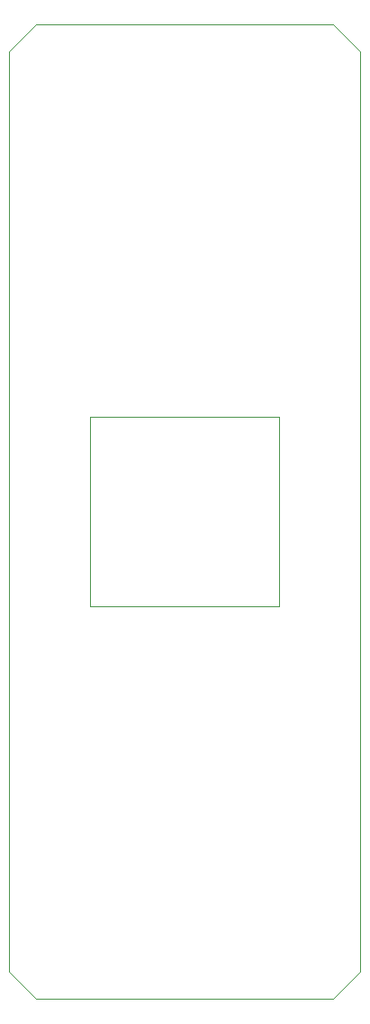
<source format=gbr>
G04 #@! TF.GenerationSoftware,KiCad,Pcbnew,7.99.0-unknown-099e5dd9e7~172~ubuntu22.04.1*
G04 #@! TF.CreationDate,2023-10-11T09:46:22+02:00*
G04 #@! TF.ProjectId,stm32u5a9zjt6q,73746d33-3275-4356-9139-7a6a7436712e,rev?*
G04 #@! TF.SameCoordinates,Original*
G04 #@! TF.FileFunction,Profile,NP*
%FSLAX46Y46*%
G04 Gerber Fmt 4.6, Leading zero omitted, Abs format (unit mm)*
G04 Created by KiCad (PCBNEW 7.99.0-unknown-099e5dd9e7~172~ubuntu22.04.1) date 2023-10-11 09:46:22*
%MOMM*%
%LPD*%
G01*
G04 APERTURE LIST*
G04 #@! TA.AperFunction,Profile*
%ADD10C,0.100000*%
G04 #@! TD*
G04 APERTURE END LIST*
D10*
X109220000Y-63500000D02*
X109220000Y-149860000D01*
X106680000Y-60960000D02*
X109220000Y-63500000D01*
X83820000Y-97790000D02*
X101600000Y-97790000D01*
X101600000Y-115570000D01*
X83820000Y-115570000D01*
X83820000Y-97790000D01*
X76200000Y-149860000D02*
X76200000Y-63500000D01*
X78740000Y-60960000D02*
X106680000Y-60960000D01*
X106680000Y-152400000D02*
X78740000Y-152400000D01*
X78740000Y-152400000D02*
X76200000Y-149860000D01*
X109220000Y-149860000D02*
X106680000Y-152400000D01*
X76200000Y-63500000D02*
X78740000Y-60960000D01*
M02*

</source>
